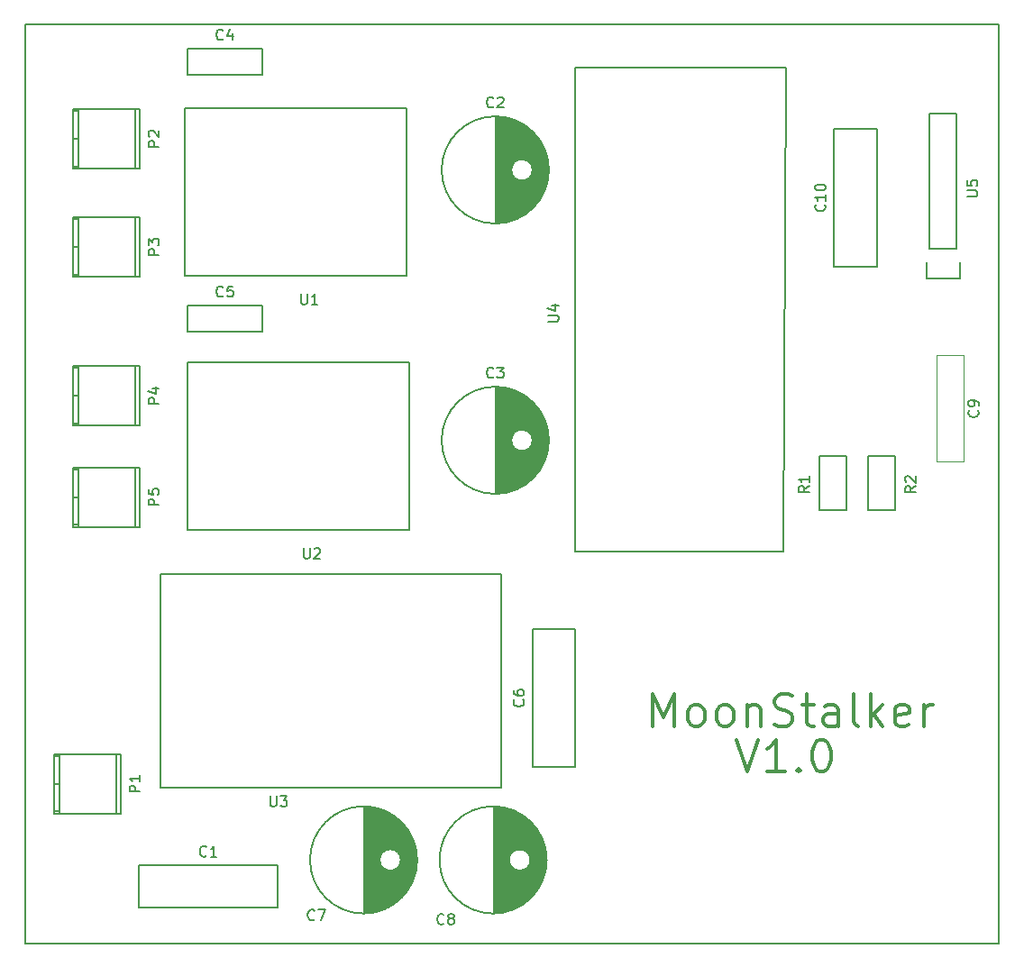
<source format=gto>
G04 #@! TF.FileFunction,Legend,Top*
%FSLAX46Y46*%
G04 Gerber Fmt 4.6, Leading zero omitted, Abs format (unit mm)*
G04 Created by KiCad (PCBNEW 4.0.6-e0-6349~53~ubuntu16.04.1) date Sun Mar 12 20:16:21 2017*
%MOMM*%
%LPD*%
G01*
G04 APERTURE LIST*
%ADD10C,0.100000*%
%ADD11C,0.300000*%
%ADD12C,0.150000*%
%ADD13C,0.120000*%
G04 APERTURE END LIST*
D10*
D11*
X121412571Y-120581943D02*
X122412571Y-123581943D01*
X123412571Y-120581943D01*
X125984000Y-123581943D02*
X124269715Y-123581943D01*
X125126857Y-123581943D02*
X125126857Y-120581943D01*
X124841143Y-121010514D01*
X124555429Y-121296229D01*
X124269715Y-121439086D01*
X127269715Y-123296229D02*
X127412572Y-123439086D01*
X127269715Y-123581943D01*
X127126858Y-123439086D01*
X127269715Y-123296229D01*
X127269715Y-123581943D01*
X129269714Y-120581943D02*
X129555429Y-120581943D01*
X129841143Y-120724800D01*
X129984000Y-120867657D01*
X130126857Y-121153371D01*
X130269714Y-121724800D01*
X130269714Y-122439086D01*
X130126857Y-123010514D01*
X129984000Y-123296229D01*
X129841143Y-123439086D01*
X129555429Y-123581943D01*
X129269714Y-123581943D01*
X128984000Y-123439086D01*
X128841143Y-123296229D01*
X128698286Y-123010514D01*
X128555429Y-122439086D01*
X128555429Y-121724800D01*
X128698286Y-121153371D01*
X128841143Y-120867657D01*
X128984000Y-120724800D01*
X129269714Y-120581943D01*
X113563428Y-119314743D02*
X113563428Y-116314743D01*
X114563428Y-118457600D01*
X115563428Y-116314743D01*
X115563428Y-119314743D01*
X117420570Y-119314743D02*
X117134856Y-119171886D01*
X116991999Y-119029029D01*
X116849142Y-118743314D01*
X116849142Y-117886171D01*
X116991999Y-117600457D01*
X117134856Y-117457600D01*
X117420570Y-117314743D01*
X117849142Y-117314743D01*
X118134856Y-117457600D01*
X118277713Y-117600457D01*
X118420570Y-117886171D01*
X118420570Y-118743314D01*
X118277713Y-119029029D01*
X118134856Y-119171886D01*
X117849142Y-119314743D01*
X117420570Y-119314743D01*
X120134856Y-119314743D02*
X119849142Y-119171886D01*
X119706285Y-119029029D01*
X119563428Y-118743314D01*
X119563428Y-117886171D01*
X119706285Y-117600457D01*
X119849142Y-117457600D01*
X120134856Y-117314743D01*
X120563428Y-117314743D01*
X120849142Y-117457600D01*
X120991999Y-117600457D01*
X121134856Y-117886171D01*
X121134856Y-118743314D01*
X120991999Y-119029029D01*
X120849142Y-119171886D01*
X120563428Y-119314743D01*
X120134856Y-119314743D01*
X122420571Y-117314743D02*
X122420571Y-119314743D01*
X122420571Y-117600457D02*
X122563428Y-117457600D01*
X122849142Y-117314743D01*
X123277714Y-117314743D01*
X123563428Y-117457600D01*
X123706285Y-117743314D01*
X123706285Y-119314743D01*
X124992000Y-119171886D02*
X125420571Y-119314743D01*
X126134857Y-119314743D01*
X126420571Y-119171886D01*
X126563428Y-119029029D01*
X126706285Y-118743314D01*
X126706285Y-118457600D01*
X126563428Y-118171886D01*
X126420571Y-118029029D01*
X126134857Y-117886171D01*
X125563428Y-117743314D01*
X125277714Y-117600457D01*
X125134857Y-117457600D01*
X124992000Y-117171886D01*
X124992000Y-116886171D01*
X125134857Y-116600457D01*
X125277714Y-116457600D01*
X125563428Y-116314743D01*
X126277714Y-116314743D01*
X126706285Y-116457600D01*
X127563428Y-117314743D02*
X128706285Y-117314743D01*
X127992000Y-116314743D02*
X127992000Y-118886171D01*
X128134857Y-119171886D01*
X128420571Y-119314743D01*
X128706285Y-119314743D01*
X130992000Y-119314743D02*
X130992000Y-117743314D01*
X130849143Y-117457600D01*
X130563429Y-117314743D01*
X129992000Y-117314743D01*
X129706286Y-117457600D01*
X130992000Y-119171886D02*
X130706286Y-119314743D01*
X129992000Y-119314743D01*
X129706286Y-119171886D01*
X129563429Y-118886171D01*
X129563429Y-118600457D01*
X129706286Y-118314743D01*
X129992000Y-118171886D01*
X130706286Y-118171886D01*
X130992000Y-118029029D01*
X132849143Y-119314743D02*
X132563429Y-119171886D01*
X132420572Y-118886171D01*
X132420572Y-116314743D01*
X133992001Y-119314743D02*
X133992001Y-116314743D01*
X134277715Y-118171886D02*
X135134858Y-119314743D01*
X135134858Y-117314743D02*
X133992001Y-118457600D01*
X137563429Y-119171886D02*
X137277715Y-119314743D01*
X136706286Y-119314743D01*
X136420572Y-119171886D01*
X136277715Y-118886171D01*
X136277715Y-117743314D01*
X136420572Y-117457600D01*
X136706286Y-117314743D01*
X137277715Y-117314743D01*
X137563429Y-117457600D01*
X137706286Y-117743314D01*
X137706286Y-118029029D01*
X136277715Y-118314743D01*
X138992001Y-119314743D02*
X138992001Y-117314743D01*
X138992001Y-117886171D02*
X139134858Y-117600457D01*
X139277715Y-117457600D01*
X139563429Y-117314743D01*
X139849144Y-117314743D01*
D12*
X146050000Y-53340000D02*
X54610000Y-53340000D01*
X146050000Y-139700000D02*
X146050000Y-53340000D01*
X54610000Y-139700000D02*
X146050000Y-139700000D01*
X54610000Y-53340000D02*
X54610000Y-139700000D01*
X65302000Y-132366000D02*
X78302000Y-132366000D01*
X78302000Y-132366000D02*
X78302000Y-136366000D01*
X78302000Y-136366000D02*
X65302000Y-136366000D01*
X65302000Y-136366000D02*
X65302000Y-132366000D01*
X98841000Y-62057000D02*
X98841000Y-72055000D01*
X98981000Y-62061000D02*
X98981000Y-72051000D01*
X99121000Y-62069000D02*
X99121000Y-72043000D01*
X99261000Y-62081000D02*
X99261000Y-72031000D01*
X99401000Y-62096000D02*
X99401000Y-72016000D01*
X99541000Y-62116000D02*
X99541000Y-71996000D01*
X99681000Y-62140000D02*
X99681000Y-71972000D01*
X99821000Y-62169000D02*
X99821000Y-71943000D01*
X99961000Y-62201000D02*
X99961000Y-71911000D01*
X100101000Y-62238000D02*
X100101000Y-71874000D01*
X100241000Y-62279000D02*
X100241000Y-71833000D01*
X100381000Y-62324000D02*
X100381000Y-66590000D01*
X100381000Y-67522000D02*
X100381000Y-71788000D01*
X100521000Y-62374000D02*
X100521000Y-66389000D01*
X100521000Y-67723000D02*
X100521000Y-71738000D01*
X100661000Y-62429000D02*
X100661000Y-66260000D01*
X100661000Y-67852000D02*
X100661000Y-71683000D01*
X100801000Y-62489000D02*
X100801000Y-66171000D01*
X100801000Y-67941000D02*
X100801000Y-71623000D01*
X100941000Y-62554000D02*
X100941000Y-66110000D01*
X100941000Y-68002000D02*
X100941000Y-71558000D01*
X101081000Y-62624000D02*
X101081000Y-66073000D01*
X101081000Y-68039000D02*
X101081000Y-71488000D01*
X101221000Y-62700000D02*
X101221000Y-66057000D01*
X101221000Y-68055000D02*
X101221000Y-71412000D01*
X101361000Y-62782000D02*
X101361000Y-66061000D01*
X101361000Y-68051000D02*
X101361000Y-71330000D01*
X101501000Y-62870000D02*
X101501000Y-66084000D01*
X101501000Y-68028000D02*
X101501000Y-71242000D01*
X101641000Y-62965000D02*
X101641000Y-66129000D01*
X101641000Y-67983000D02*
X101641000Y-71147000D01*
X101781000Y-63067000D02*
X101781000Y-66199000D01*
X101781000Y-67913000D02*
X101781000Y-71045000D01*
X101921000Y-63177000D02*
X101921000Y-66300000D01*
X101921000Y-67812000D02*
X101921000Y-70935000D01*
X102061000Y-63295000D02*
X102061000Y-66449000D01*
X102061000Y-67663000D02*
X102061000Y-70817000D01*
X102201000Y-63423000D02*
X102201000Y-66701000D01*
X102201000Y-67411000D02*
X102201000Y-70689000D01*
X102341000Y-63560000D02*
X102341000Y-70552000D01*
X102481000Y-63710000D02*
X102481000Y-70402000D01*
X102621000Y-63872000D02*
X102621000Y-70240000D01*
X102761000Y-64049000D02*
X102761000Y-70063000D01*
X102901000Y-64245000D02*
X102901000Y-69867000D01*
X103041000Y-64463000D02*
X103041000Y-69649000D01*
X103181000Y-64709000D02*
X103181000Y-69403000D01*
X103321000Y-64994000D02*
X103321000Y-69118000D01*
X103461000Y-65336000D02*
X103461000Y-68776000D01*
X103601000Y-65782000D02*
X103601000Y-68330000D01*
X103741000Y-66557000D02*
X103741000Y-67555000D01*
X102266000Y-67056000D02*
G75*
G03X102266000Y-67056000I-1000000J0D01*
G01*
X103803500Y-67056000D02*
G75*
G03X103803500Y-67056000I-5037500J0D01*
G01*
X98841000Y-87457000D02*
X98841000Y-97455000D01*
X98981000Y-87461000D02*
X98981000Y-97451000D01*
X99121000Y-87469000D02*
X99121000Y-97443000D01*
X99261000Y-87481000D02*
X99261000Y-97431000D01*
X99401000Y-87496000D02*
X99401000Y-97416000D01*
X99541000Y-87516000D02*
X99541000Y-97396000D01*
X99681000Y-87540000D02*
X99681000Y-97372000D01*
X99821000Y-87569000D02*
X99821000Y-97343000D01*
X99961000Y-87601000D02*
X99961000Y-97311000D01*
X100101000Y-87638000D02*
X100101000Y-97274000D01*
X100241000Y-87679000D02*
X100241000Y-97233000D01*
X100381000Y-87724000D02*
X100381000Y-91990000D01*
X100381000Y-92922000D02*
X100381000Y-97188000D01*
X100521000Y-87774000D02*
X100521000Y-91789000D01*
X100521000Y-93123000D02*
X100521000Y-97138000D01*
X100661000Y-87829000D02*
X100661000Y-91660000D01*
X100661000Y-93252000D02*
X100661000Y-97083000D01*
X100801000Y-87889000D02*
X100801000Y-91571000D01*
X100801000Y-93341000D02*
X100801000Y-97023000D01*
X100941000Y-87954000D02*
X100941000Y-91510000D01*
X100941000Y-93402000D02*
X100941000Y-96958000D01*
X101081000Y-88024000D02*
X101081000Y-91473000D01*
X101081000Y-93439000D02*
X101081000Y-96888000D01*
X101221000Y-88100000D02*
X101221000Y-91457000D01*
X101221000Y-93455000D02*
X101221000Y-96812000D01*
X101361000Y-88182000D02*
X101361000Y-91461000D01*
X101361000Y-93451000D02*
X101361000Y-96730000D01*
X101501000Y-88270000D02*
X101501000Y-91484000D01*
X101501000Y-93428000D02*
X101501000Y-96642000D01*
X101641000Y-88365000D02*
X101641000Y-91529000D01*
X101641000Y-93383000D02*
X101641000Y-96547000D01*
X101781000Y-88467000D02*
X101781000Y-91599000D01*
X101781000Y-93313000D02*
X101781000Y-96445000D01*
X101921000Y-88577000D02*
X101921000Y-91700000D01*
X101921000Y-93212000D02*
X101921000Y-96335000D01*
X102061000Y-88695000D02*
X102061000Y-91849000D01*
X102061000Y-93063000D02*
X102061000Y-96217000D01*
X102201000Y-88823000D02*
X102201000Y-92101000D01*
X102201000Y-92811000D02*
X102201000Y-96089000D01*
X102341000Y-88960000D02*
X102341000Y-95952000D01*
X102481000Y-89110000D02*
X102481000Y-95802000D01*
X102621000Y-89272000D02*
X102621000Y-95640000D01*
X102761000Y-89449000D02*
X102761000Y-95463000D01*
X102901000Y-89645000D02*
X102901000Y-95267000D01*
X103041000Y-89863000D02*
X103041000Y-95049000D01*
X103181000Y-90109000D02*
X103181000Y-94803000D01*
X103321000Y-90394000D02*
X103321000Y-94518000D01*
X103461000Y-90736000D02*
X103461000Y-94176000D01*
X103601000Y-91182000D02*
X103601000Y-93730000D01*
X103741000Y-91957000D02*
X103741000Y-92955000D01*
X102266000Y-92456000D02*
G75*
G03X102266000Y-92456000I-1000000J0D01*
G01*
X103803500Y-92456000D02*
G75*
G03X103803500Y-92456000I-5037500J0D01*
G01*
X69866000Y-55646000D02*
X76866000Y-55646000D01*
X76866000Y-55646000D02*
X76866000Y-58146000D01*
X76866000Y-58146000D02*
X69866000Y-58146000D01*
X69866000Y-58146000D02*
X69866000Y-55646000D01*
X69866000Y-79776000D02*
X76866000Y-79776000D01*
X76866000Y-79776000D02*
X76866000Y-82276000D01*
X76866000Y-82276000D02*
X69866000Y-82276000D01*
X69866000Y-82276000D02*
X69866000Y-79776000D01*
X102267000Y-123166000D02*
X102267000Y-110166000D01*
X102267000Y-110166000D02*
X106267000Y-110166000D01*
X106267000Y-110166000D02*
X106267000Y-123166000D01*
X106267000Y-123166000D02*
X102267000Y-123166000D01*
X86471200Y-126877800D02*
X86471200Y-136875800D01*
X86611200Y-126881800D02*
X86611200Y-136871800D01*
X86751200Y-126889800D02*
X86751200Y-136863800D01*
X86891200Y-126901800D02*
X86891200Y-136851800D01*
X87031200Y-126916800D02*
X87031200Y-136836800D01*
X87171200Y-126936800D02*
X87171200Y-136816800D01*
X87311200Y-126960800D02*
X87311200Y-136792800D01*
X87451200Y-126989800D02*
X87451200Y-136763800D01*
X87591200Y-127021800D02*
X87591200Y-136731800D01*
X87731200Y-127058800D02*
X87731200Y-136694800D01*
X87871200Y-127099800D02*
X87871200Y-136653800D01*
X88011200Y-127144800D02*
X88011200Y-131410800D01*
X88011200Y-132342800D02*
X88011200Y-136608800D01*
X88151200Y-127194800D02*
X88151200Y-131209800D01*
X88151200Y-132543800D02*
X88151200Y-136558800D01*
X88291200Y-127249800D02*
X88291200Y-131080800D01*
X88291200Y-132672800D02*
X88291200Y-136503800D01*
X88431200Y-127309800D02*
X88431200Y-130991800D01*
X88431200Y-132761800D02*
X88431200Y-136443800D01*
X88571200Y-127374800D02*
X88571200Y-130930800D01*
X88571200Y-132822800D02*
X88571200Y-136378800D01*
X88711200Y-127444800D02*
X88711200Y-130893800D01*
X88711200Y-132859800D02*
X88711200Y-136308800D01*
X88851200Y-127520800D02*
X88851200Y-130877800D01*
X88851200Y-132875800D02*
X88851200Y-136232800D01*
X88991200Y-127602800D02*
X88991200Y-130881800D01*
X88991200Y-132871800D02*
X88991200Y-136150800D01*
X89131200Y-127690800D02*
X89131200Y-130904800D01*
X89131200Y-132848800D02*
X89131200Y-136062800D01*
X89271200Y-127785800D02*
X89271200Y-130949800D01*
X89271200Y-132803800D02*
X89271200Y-135967800D01*
X89411200Y-127887800D02*
X89411200Y-131019800D01*
X89411200Y-132733800D02*
X89411200Y-135865800D01*
X89551200Y-127997800D02*
X89551200Y-131120800D01*
X89551200Y-132632800D02*
X89551200Y-135755800D01*
X89691200Y-128115800D02*
X89691200Y-131269800D01*
X89691200Y-132483800D02*
X89691200Y-135637800D01*
X89831200Y-128243800D02*
X89831200Y-131521800D01*
X89831200Y-132231800D02*
X89831200Y-135509800D01*
X89971200Y-128380800D02*
X89971200Y-135372800D01*
X90111200Y-128530800D02*
X90111200Y-135222800D01*
X90251200Y-128692800D02*
X90251200Y-135060800D01*
X90391200Y-128869800D02*
X90391200Y-134883800D01*
X90531200Y-129065800D02*
X90531200Y-134687800D01*
X90671200Y-129283800D02*
X90671200Y-134469800D01*
X90811200Y-129529800D02*
X90811200Y-134223800D01*
X90951200Y-129814800D02*
X90951200Y-133938800D01*
X91091200Y-130156800D02*
X91091200Y-133596800D01*
X91231200Y-130602800D02*
X91231200Y-133150800D01*
X91371200Y-131377800D02*
X91371200Y-132375800D01*
X89896200Y-131876800D02*
G75*
G03X89896200Y-131876800I-1000000J0D01*
G01*
X91433700Y-131876800D02*
G75*
G03X91433700Y-131876800I-5037500J0D01*
G01*
X98637800Y-126877800D02*
X98637800Y-136875800D01*
X98777800Y-126881800D02*
X98777800Y-136871800D01*
X98917800Y-126889800D02*
X98917800Y-136863800D01*
X99057800Y-126901800D02*
X99057800Y-136851800D01*
X99197800Y-126916800D02*
X99197800Y-136836800D01*
X99337800Y-126936800D02*
X99337800Y-136816800D01*
X99477800Y-126960800D02*
X99477800Y-136792800D01*
X99617800Y-126989800D02*
X99617800Y-136763800D01*
X99757800Y-127021800D02*
X99757800Y-136731800D01*
X99897800Y-127058800D02*
X99897800Y-136694800D01*
X100037800Y-127099800D02*
X100037800Y-136653800D01*
X100177800Y-127144800D02*
X100177800Y-131410800D01*
X100177800Y-132342800D02*
X100177800Y-136608800D01*
X100317800Y-127194800D02*
X100317800Y-131209800D01*
X100317800Y-132543800D02*
X100317800Y-136558800D01*
X100457800Y-127249800D02*
X100457800Y-131080800D01*
X100457800Y-132672800D02*
X100457800Y-136503800D01*
X100597800Y-127309800D02*
X100597800Y-130991800D01*
X100597800Y-132761800D02*
X100597800Y-136443800D01*
X100737800Y-127374800D02*
X100737800Y-130930800D01*
X100737800Y-132822800D02*
X100737800Y-136378800D01*
X100877800Y-127444800D02*
X100877800Y-130893800D01*
X100877800Y-132859800D02*
X100877800Y-136308800D01*
X101017800Y-127520800D02*
X101017800Y-130877800D01*
X101017800Y-132875800D02*
X101017800Y-136232800D01*
X101157800Y-127602800D02*
X101157800Y-130881800D01*
X101157800Y-132871800D02*
X101157800Y-136150800D01*
X101297800Y-127690800D02*
X101297800Y-130904800D01*
X101297800Y-132848800D02*
X101297800Y-136062800D01*
X101437800Y-127785800D02*
X101437800Y-130949800D01*
X101437800Y-132803800D02*
X101437800Y-135967800D01*
X101577800Y-127887800D02*
X101577800Y-131019800D01*
X101577800Y-132733800D02*
X101577800Y-135865800D01*
X101717800Y-127997800D02*
X101717800Y-131120800D01*
X101717800Y-132632800D02*
X101717800Y-135755800D01*
X101857800Y-128115800D02*
X101857800Y-131269800D01*
X101857800Y-132483800D02*
X101857800Y-135637800D01*
X101997800Y-128243800D02*
X101997800Y-131521800D01*
X101997800Y-132231800D02*
X101997800Y-135509800D01*
X102137800Y-128380800D02*
X102137800Y-135372800D01*
X102277800Y-128530800D02*
X102277800Y-135222800D01*
X102417800Y-128692800D02*
X102417800Y-135060800D01*
X102557800Y-128869800D02*
X102557800Y-134883800D01*
X102697800Y-129065800D02*
X102697800Y-134687800D01*
X102837800Y-129283800D02*
X102837800Y-134469800D01*
X102977800Y-129529800D02*
X102977800Y-134223800D01*
X103117800Y-129814800D02*
X103117800Y-133938800D01*
X103257800Y-130156800D02*
X103257800Y-133596800D01*
X103397800Y-130602800D02*
X103397800Y-133150800D01*
X103537800Y-131377800D02*
X103537800Y-132375800D01*
X102062800Y-131876800D02*
G75*
G03X102062800Y-131876800I-1000000J0D01*
G01*
X103600300Y-131876800D02*
G75*
G03X103600300Y-131876800I-5037500J0D01*
G01*
D13*
X142728000Y-84475000D02*
X142728000Y-94475000D01*
X142728000Y-94475000D02*
X140228000Y-94475000D01*
X140228000Y-94475000D02*
X140228000Y-84475000D01*
X140228000Y-84475000D02*
X142728000Y-84475000D01*
D12*
X130588000Y-76176000D02*
X130588000Y-63176000D01*
X130588000Y-63176000D02*
X134588000Y-63176000D01*
X134588000Y-63176000D02*
X134588000Y-76176000D01*
X134588000Y-76176000D02*
X130588000Y-76176000D01*
X57851040Y-127513080D02*
X57851040Y-121914920D01*
X57353200Y-122113040D02*
X57851040Y-122113040D01*
X57851040Y-127314960D02*
X57353200Y-127314960D01*
X57353200Y-124714000D02*
X57851040Y-124714000D01*
X63152020Y-121914920D02*
X63152020Y-127513080D01*
X57353200Y-121914920D02*
X57353200Y-127513080D01*
X57353200Y-127513080D02*
X63550800Y-127513080D01*
X63550800Y-127513080D02*
X63550800Y-121914920D01*
X63550800Y-121914920D02*
X57353200Y-121914920D01*
X59629040Y-66934080D02*
X59629040Y-61335920D01*
X59131200Y-61534040D02*
X59629040Y-61534040D01*
X59629040Y-66735960D02*
X59131200Y-66735960D01*
X59131200Y-64135000D02*
X59629040Y-64135000D01*
X64930020Y-61335920D02*
X64930020Y-66934080D01*
X59131200Y-61335920D02*
X59131200Y-66934080D01*
X59131200Y-66934080D02*
X65328800Y-66934080D01*
X65328800Y-66934080D02*
X65328800Y-61335920D01*
X65328800Y-61335920D02*
X59131200Y-61335920D01*
X59629040Y-77094080D02*
X59629040Y-71495920D01*
X59131200Y-71694040D02*
X59629040Y-71694040D01*
X59629040Y-76895960D02*
X59131200Y-76895960D01*
X59131200Y-74295000D02*
X59629040Y-74295000D01*
X64930020Y-71495920D02*
X64930020Y-77094080D01*
X59131200Y-71495920D02*
X59131200Y-77094080D01*
X59131200Y-77094080D02*
X65328800Y-77094080D01*
X65328800Y-77094080D02*
X65328800Y-71495920D01*
X65328800Y-71495920D02*
X59131200Y-71495920D01*
X59629040Y-91064080D02*
X59629040Y-85465920D01*
X59131200Y-85664040D02*
X59629040Y-85664040D01*
X59629040Y-90865960D02*
X59131200Y-90865960D01*
X59131200Y-88265000D02*
X59629040Y-88265000D01*
X64930020Y-85465920D02*
X64930020Y-91064080D01*
X59131200Y-85465920D02*
X59131200Y-91064080D01*
X59131200Y-91064080D02*
X65328800Y-91064080D01*
X65328800Y-91064080D02*
X65328800Y-85465920D01*
X65328800Y-85465920D02*
X59131200Y-85465920D01*
X59629040Y-100589080D02*
X59629040Y-94990920D01*
X59131200Y-95189040D02*
X59629040Y-95189040D01*
X59629040Y-100390960D02*
X59131200Y-100390960D01*
X59131200Y-97790000D02*
X59629040Y-97790000D01*
X64930020Y-94990920D02*
X64930020Y-100589080D01*
X59131200Y-94990920D02*
X59131200Y-100589080D01*
X59131200Y-100589080D02*
X65328800Y-100589080D01*
X65328800Y-100589080D02*
X65328800Y-94990920D01*
X65328800Y-94990920D02*
X59131200Y-94990920D01*
X129209800Y-98978720D02*
X129209800Y-93898720D01*
X129209800Y-93898720D02*
X131749800Y-93898720D01*
X131749800Y-93898720D02*
X131749800Y-98978720D01*
X131749800Y-98978720D02*
X129209800Y-98978720D01*
X136304020Y-93919040D02*
X136304020Y-98999040D01*
X136304020Y-98999040D02*
X133764020Y-98999040D01*
X133764020Y-98999040D02*
X133764020Y-93919040D01*
X133764020Y-93919040D02*
X136304020Y-93919040D01*
X69596000Y-61214000D02*
X90424000Y-61214000D01*
X90424000Y-61214000D02*
X90424000Y-76962000D01*
X90424000Y-76962000D02*
X69596000Y-76962000D01*
X69596000Y-76962000D02*
X69596000Y-61214000D01*
X69850000Y-85090000D02*
X90678000Y-85090000D01*
X90678000Y-85090000D02*
X90678000Y-100838000D01*
X90678000Y-100838000D02*
X69850000Y-100838000D01*
X69850000Y-100838000D02*
X69850000Y-85090000D01*
X67312000Y-125062000D02*
X67312000Y-105062000D01*
X99312000Y-125062000D02*
X67312000Y-125062000D01*
X99312000Y-105062000D02*
X99312000Y-125062000D01*
X67312000Y-105062000D02*
X99312000Y-105062000D01*
X106299000Y-57404000D02*
X106553000Y-57404000D01*
X106299000Y-57404000D02*
X106299000Y-102870000D01*
X106299000Y-102870000D02*
X106553000Y-102870000D01*
X125349000Y-57404000D02*
X106553000Y-57404000D01*
X106553000Y-102870000D02*
X125857000Y-102870000D01*
X125857000Y-102870000D02*
X126111000Y-57404000D01*
X126111000Y-57404000D02*
X125349000Y-57404000D01*
X142113000Y-74422000D02*
X142113000Y-61722000D01*
X142113000Y-61722000D02*
X139573000Y-61722000D01*
X139573000Y-61722000D02*
X139573000Y-74422000D01*
X142393000Y-77242000D02*
X142393000Y-75692000D01*
X142113000Y-74422000D02*
X139573000Y-74422000D01*
X139293000Y-75692000D02*
X139293000Y-77242000D01*
X139293000Y-77242000D02*
X142393000Y-77242000D01*
X71635334Y-131473143D02*
X71587715Y-131520762D01*
X71444858Y-131568381D01*
X71349620Y-131568381D01*
X71206762Y-131520762D01*
X71111524Y-131425524D01*
X71063905Y-131330286D01*
X71016286Y-131139810D01*
X71016286Y-130996952D01*
X71063905Y-130806476D01*
X71111524Y-130711238D01*
X71206762Y-130616000D01*
X71349620Y-130568381D01*
X71444858Y-130568381D01*
X71587715Y-130616000D01*
X71635334Y-130663619D01*
X72587715Y-131568381D02*
X72016286Y-131568381D01*
X72302000Y-131568381D02*
X72302000Y-130568381D01*
X72206762Y-130711238D01*
X72111524Y-130806476D01*
X72016286Y-130854095D01*
X98599334Y-61113143D02*
X98551715Y-61160762D01*
X98408858Y-61208381D01*
X98313620Y-61208381D01*
X98170762Y-61160762D01*
X98075524Y-61065524D01*
X98027905Y-60970286D01*
X97980286Y-60779810D01*
X97980286Y-60636952D01*
X98027905Y-60446476D01*
X98075524Y-60351238D01*
X98170762Y-60256000D01*
X98313620Y-60208381D01*
X98408858Y-60208381D01*
X98551715Y-60256000D01*
X98599334Y-60303619D01*
X98980286Y-60303619D02*
X99027905Y-60256000D01*
X99123143Y-60208381D01*
X99361239Y-60208381D01*
X99456477Y-60256000D01*
X99504096Y-60303619D01*
X99551715Y-60398857D01*
X99551715Y-60494095D01*
X99504096Y-60636952D01*
X98932667Y-61208381D01*
X99551715Y-61208381D01*
X98599334Y-86513143D02*
X98551715Y-86560762D01*
X98408858Y-86608381D01*
X98313620Y-86608381D01*
X98170762Y-86560762D01*
X98075524Y-86465524D01*
X98027905Y-86370286D01*
X97980286Y-86179810D01*
X97980286Y-86036952D01*
X98027905Y-85846476D01*
X98075524Y-85751238D01*
X98170762Y-85656000D01*
X98313620Y-85608381D01*
X98408858Y-85608381D01*
X98551715Y-85656000D01*
X98599334Y-85703619D01*
X98932667Y-85608381D02*
X99551715Y-85608381D01*
X99218381Y-85989333D01*
X99361239Y-85989333D01*
X99456477Y-86036952D01*
X99504096Y-86084571D01*
X99551715Y-86179810D01*
X99551715Y-86417905D01*
X99504096Y-86513143D01*
X99456477Y-86560762D01*
X99361239Y-86608381D01*
X99075524Y-86608381D01*
X98980286Y-86560762D01*
X98932667Y-86513143D01*
X73199334Y-54753143D02*
X73151715Y-54800762D01*
X73008858Y-54848381D01*
X72913620Y-54848381D01*
X72770762Y-54800762D01*
X72675524Y-54705524D01*
X72627905Y-54610286D01*
X72580286Y-54419810D01*
X72580286Y-54276952D01*
X72627905Y-54086476D01*
X72675524Y-53991238D01*
X72770762Y-53896000D01*
X72913620Y-53848381D01*
X73008858Y-53848381D01*
X73151715Y-53896000D01*
X73199334Y-53943619D01*
X74056477Y-54181714D02*
X74056477Y-54848381D01*
X73818381Y-53800762D02*
X73580286Y-54515048D01*
X74199334Y-54515048D01*
X73199334Y-78883143D02*
X73151715Y-78930762D01*
X73008858Y-78978381D01*
X72913620Y-78978381D01*
X72770762Y-78930762D01*
X72675524Y-78835524D01*
X72627905Y-78740286D01*
X72580286Y-78549810D01*
X72580286Y-78406952D01*
X72627905Y-78216476D01*
X72675524Y-78121238D01*
X72770762Y-78026000D01*
X72913620Y-77978381D01*
X73008858Y-77978381D01*
X73151715Y-78026000D01*
X73199334Y-78073619D01*
X74104096Y-77978381D02*
X73627905Y-77978381D01*
X73580286Y-78454571D01*
X73627905Y-78406952D01*
X73723143Y-78359333D01*
X73961239Y-78359333D01*
X74056477Y-78406952D01*
X74104096Y-78454571D01*
X74151715Y-78549810D01*
X74151715Y-78787905D01*
X74104096Y-78883143D01*
X74056477Y-78930762D01*
X73961239Y-78978381D01*
X73723143Y-78978381D01*
X73627905Y-78930762D01*
X73580286Y-78883143D01*
X101374143Y-116832666D02*
X101421762Y-116880285D01*
X101469381Y-117023142D01*
X101469381Y-117118380D01*
X101421762Y-117261238D01*
X101326524Y-117356476D01*
X101231286Y-117404095D01*
X101040810Y-117451714D01*
X100897952Y-117451714D01*
X100707476Y-117404095D01*
X100612238Y-117356476D01*
X100517000Y-117261238D01*
X100469381Y-117118380D01*
X100469381Y-117023142D01*
X100517000Y-116880285D01*
X100564619Y-116832666D01*
X100469381Y-115975523D02*
X100469381Y-116166000D01*
X100517000Y-116261238D01*
X100564619Y-116308857D01*
X100707476Y-116404095D01*
X100897952Y-116451714D01*
X101278905Y-116451714D01*
X101374143Y-116404095D01*
X101421762Y-116356476D01*
X101469381Y-116261238D01*
X101469381Y-116070761D01*
X101421762Y-115975523D01*
X101374143Y-115927904D01*
X101278905Y-115880285D01*
X101040810Y-115880285D01*
X100945571Y-115927904D01*
X100897952Y-115975523D01*
X100850333Y-116070761D01*
X100850333Y-116261238D01*
X100897952Y-116356476D01*
X100945571Y-116404095D01*
X101040810Y-116451714D01*
X81773734Y-137466343D02*
X81726115Y-137513962D01*
X81583258Y-137561581D01*
X81488020Y-137561581D01*
X81345162Y-137513962D01*
X81249924Y-137418724D01*
X81202305Y-137323486D01*
X81154686Y-137133010D01*
X81154686Y-136990152D01*
X81202305Y-136799676D01*
X81249924Y-136704438D01*
X81345162Y-136609200D01*
X81488020Y-136561581D01*
X81583258Y-136561581D01*
X81726115Y-136609200D01*
X81773734Y-136656819D01*
X82107067Y-136561581D02*
X82773734Y-136561581D01*
X82345162Y-137561581D01*
X93940334Y-137847343D02*
X93892715Y-137894962D01*
X93749858Y-137942581D01*
X93654620Y-137942581D01*
X93511762Y-137894962D01*
X93416524Y-137799724D01*
X93368905Y-137704486D01*
X93321286Y-137514010D01*
X93321286Y-137371152D01*
X93368905Y-137180676D01*
X93416524Y-137085438D01*
X93511762Y-136990200D01*
X93654620Y-136942581D01*
X93749858Y-136942581D01*
X93892715Y-136990200D01*
X93940334Y-137037819D01*
X94511762Y-137371152D02*
X94416524Y-137323533D01*
X94368905Y-137275914D01*
X94321286Y-137180676D01*
X94321286Y-137133057D01*
X94368905Y-137037819D01*
X94416524Y-136990200D01*
X94511762Y-136942581D01*
X94702239Y-136942581D01*
X94797477Y-136990200D01*
X94845096Y-137037819D01*
X94892715Y-137133057D01*
X94892715Y-137180676D01*
X94845096Y-137275914D01*
X94797477Y-137323533D01*
X94702239Y-137371152D01*
X94511762Y-137371152D01*
X94416524Y-137418771D01*
X94368905Y-137466390D01*
X94321286Y-137561629D01*
X94321286Y-137752105D01*
X94368905Y-137847343D01*
X94416524Y-137894962D01*
X94511762Y-137942581D01*
X94702239Y-137942581D01*
X94797477Y-137894962D01*
X94845096Y-137847343D01*
X94892715Y-137752105D01*
X94892715Y-137561629D01*
X94845096Y-137466390D01*
X94797477Y-137418771D01*
X94702239Y-137371152D01*
X144085143Y-89641666D02*
X144132762Y-89689285D01*
X144180381Y-89832142D01*
X144180381Y-89927380D01*
X144132762Y-90070238D01*
X144037524Y-90165476D01*
X143942286Y-90213095D01*
X143751810Y-90260714D01*
X143608952Y-90260714D01*
X143418476Y-90213095D01*
X143323238Y-90165476D01*
X143228000Y-90070238D01*
X143180381Y-89927380D01*
X143180381Y-89832142D01*
X143228000Y-89689285D01*
X143275619Y-89641666D01*
X144180381Y-89165476D02*
X144180381Y-88975000D01*
X144132762Y-88879761D01*
X144085143Y-88832142D01*
X143942286Y-88736904D01*
X143751810Y-88689285D01*
X143370857Y-88689285D01*
X143275619Y-88736904D01*
X143228000Y-88784523D01*
X143180381Y-88879761D01*
X143180381Y-89070238D01*
X143228000Y-89165476D01*
X143275619Y-89213095D01*
X143370857Y-89260714D01*
X143608952Y-89260714D01*
X143704190Y-89213095D01*
X143751810Y-89165476D01*
X143799429Y-89070238D01*
X143799429Y-88879761D01*
X143751810Y-88784523D01*
X143704190Y-88736904D01*
X143608952Y-88689285D01*
X129695143Y-70318857D02*
X129742762Y-70366476D01*
X129790381Y-70509333D01*
X129790381Y-70604571D01*
X129742762Y-70747429D01*
X129647524Y-70842667D01*
X129552286Y-70890286D01*
X129361810Y-70937905D01*
X129218952Y-70937905D01*
X129028476Y-70890286D01*
X128933238Y-70842667D01*
X128838000Y-70747429D01*
X128790381Y-70604571D01*
X128790381Y-70509333D01*
X128838000Y-70366476D01*
X128885619Y-70318857D01*
X129790381Y-69366476D02*
X129790381Y-69937905D01*
X129790381Y-69652191D02*
X128790381Y-69652191D01*
X128933238Y-69747429D01*
X129028476Y-69842667D01*
X129076095Y-69937905D01*
X128790381Y-68747429D02*
X128790381Y-68652190D01*
X128838000Y-68556952D01*
X128885619Y-68509333D01*
X128980857Y-68461714D01*
X129171333Y-68414095D01*
X129409429Y-68414095D01*
X129599905Y-68461714D01*
X129695143Y-68509333D01*
X129742762Y-68556952D01*
X129790381Y-68652190D01*
X129790381Y-68747429D01*
X129742762Y-68842667D01*
X129695143Y-68890286D01*
X129599905Y-68937905D01*
X129409429Y-68985524D01*
X129171333Y-68985524D01*
X128980857Y-68937905D01*
X128885619Y-68890286D01*
X128838000Y-68842667D01*
X128790381Y-68747429D01*
X65405261Y-125452095D02*
X64405261Y-125452095D01*
X64405261Y-125071142D01*
X64452880Y-124975904D01*
X64500499Y-124928285D01*
X64595737Y-124880666D01*
X64738594Y-124880666D01*
X64833832Y-124928285D01*
X64881451Y-124975904D01*
X64929070Y-125071142D01*
X64929070Y-125452095D01*
X65405261Y-123928285D02*
X65405261Y-124499714D01*
X65405261Y-124214000D02*
X64405261Y-124214000D01*
X64548118Y-124309238D01*
X64643356Y-124404476D01*
X64690975Y-124499714D01*
X67183261Y-64873095D02*
X66183261Y-64873095D01*
X66183261Y-64492142D01*
X66230880Y-64396904D01*
X66278499Y-64349285D01*
X66373737Y-64301666D01*
X66516594Y-64301666D01*
X66611832Y-64349285D01*
X66659451Y-64396904D01*
X66707070Y-64492142D01*
X66707070Y-64873095D01*
X66278499Y-63920714D02*
X66230880Y-63873095D01*
X66183261Y-63777857D01*
X66183261Y-63539761D01*
X66230880Y-63444523D01*
X66278499Y-63396904D01*
X66373737Y-63349285D01*
X66468975Y-63349285D01*
X66611832Y-63396904D01*
X67183261Y-63968333D01*
X67183261Y-63349285D01*
X67183261Y-75033095D02*
X66183261Y-75033095D01*
X66183261Y-74652142D01*
X66230880Y-74556904D01*
X66278499Y-74509285D01*
X66373737Y-74461666D01*
X66516594Y-74461666D01*
X66611832Y-74509285D01*
X66659451Y-74556904D01*
X66707070Y-74652142D01*
X66707070Y-75033095D01*
X66183261Y-74128333D02*
X66183261Y-73509285D01*
X66564213Y-73842619D01*
X66564213Y-73699761D01*
X66611832Y-73604523D01*
X66659451Y-73556904D01*
X66754690Y-73509285D01*
X66992785Y-73509285D01*
X67088023Y-73556904D01*
X67135642Y-73604523D01*
X67183261Y-73699761D01*
X67183261Y-73985476D01*
X67135642Y-74080714D01*
X67088023Y-74128333D01*
X67183261Y-89003095D02*
X66183261Y-89003095D01*
X66183261Y-88622142D01*
X66230880Y-88526904D01*
X66278499Y-88479285D01*
X66373737Y-88431666D01*
X66516594Y-88431666D01*
X66611832Y-88479285D01*
X66659451Y-88526904D01*
X66707070Y-88622142D01*
X66707070Y-89003095D01*
X66516594Y-87574523D02*
X67183261Y-87574523D01*
X66135642Y-87812619D02*
X66849928Y-88050714D01*
X66849928Y-87431666D01*
X67183261Y-98528095D02*
X66183261Y-98528095D01*
X66183261Y-98147142D01*
X66230880Y-98051904D01*
X66278499Y-98004285D01*
X66373737Y-97956666D01*
X66516594Y-97956666D01*
X66611832Y-98004285D01*
X66659451Y-98051904D01*
X66707070Y-98147142D01*
X66707070Y-98528095D01*
X66183261Y-97051904D02*
X66183261Y-97528095D01*
X66659451Y-97575714D01*
X66611832Y-97528095D01*
X66564213Y-97432857D01*
X66564213Y-97194761D01*
X66611832Y-97099523D01*
X66659451Y-97051904D01*
X66754690Y-97004285D01*
X66992785Y-97004285D01*
X67088023Y-97051904D01*
X67135642Y-97099523D01*
X67183261Y-97194761D01*
X67183261Y-97432857D01*
X67135642Y-97528095D01*
X67088023Y-97575714D01*
X128252381Y-96766666D02*
X127776190Y-97100000D01*
X128252381Y-97338095D02*
X127252381Y-97338095D01*
X127252381Y-96957142D01*
X127300000Y-96861904D01*
X127347619Y-96814285D01*
X127442857Y-96766666D01*
X127585714Y-96766666D01*
X127680952Y-96814285D01*
X127728571Y-96861904D01*
X127776190Y-96957142D01*
X127776190Y-97338095D01*
X128252381Y-95814285D02*
X128252381Y-96385714D01*
X128252381Y-96100000D02*
X127252381Y-96100000D01*
X127395238Y-96195238D01*
X127490476Y-96290476D01*
X127538095Y-96385714D01*
X138252381Y-96766666D02*
X137776190Y-97100000D01*
X138252381Y-97338095D02*
X137252381Y-97338095D01*
X137252381Y-96957142D01*
X137300000Y-96861904D01*
X137347619Y-96814285D01*
X137442857Y-96766666D01*
X137585714Y-96766666D01*
X137680952Y-96814285D01*
X137728571Y-96861904D01*
X137776190Y-96957142D01*
X137776190Y-97338095D01*
X137347619Y-96385714D02*
X137300000Y-96338095D01*
X137252381Y-96242857D01*
X137252381Y-96004761D01*
X137300000Y-95909523D01*
X137347619Y-95861904D01*
X137442857Y-95814285D01*
X137538095Y-95814285D01*
X137680952Y-95861904D01*
X138252381Y-96433333D01*
X138252381Y-95814285D01*
X80518095Y-78700381D02*
X80518095Y-79509905D01*
X80565714Y-79605143D01*
X80613333Y-79652762D01*
X80708571Y-79700381D01*
X80899048Y-79700381D01*
X80994286Y-79652762D01*
X81041905Y-79605143D01*
X81089524Y-79509905D01*
X81089524Y-78700381D01*
X82089524Y-79700381D02*
X81518095Y-79700381D01*
X81803809Y-79700381D02*
X81803809Y-78700381D01*
X81708571Y-78843238D01*
X81613333Y-78938476D01*
X81518095Y-78986095D01*
X80772095Y-102576381D02*
X80772095Y-103385905D01*
X80819714Y-103481143D01*
X80867333Y-103528762D01*
X80962571Y-103576381D01*
X81153048Y-103576381D01*
X81248286Y-103528762D01*
X81295905Y-103481143D01*
X81343524Y-103385905D01*
X81343524Y-102576381D01*
X81772095Y-102671619D02*
X81819714Y-102624000D01*
X81914952Y-102576381D01*
X82153048Y-102576381D01*
X82248286Y-102624000D01*
X82295905Y-102671619D01*
X82343524Y-102766857D01*
X82343524Y-102862095D01*
X82295905Y-103004952D01*
X81724476Y-103576381D01*
X82343524Y-103576381D01*
X77638095Y-125852381D02*
X77638095Y-126661905D01*
X77685714Y-126757143D01*
X77733333Y-126804762D01*
X77828571Y-126852381D01*
X78019048Y-126852381D01*
X78114286Y-126804762D01*
X78161905Y-126757143D01*
X78209524Y-126661905D01*
X78209524Y-125852381D01*
X78590476Y-125852381D02*
X79209524Y-125852381D01*
X78876190Y-126233333D01*
X79019048Y-126233333D01*
X79114286Y-126280952D01*
X79161905Y-126328571D01*
X79209524Y-126423810D01*
X79209524Y-126661905D01*
X79161905Y-126757143D01*
X79114286Y-126804762D01*
X79019048Y-126852381D01*
X78733333Y-126852381D01*
X78638095Y-126804762D01*
X78590476Y-126757143D01*
X103719381Y-81279905D02*
X104528905Y-81279905D01*
X104624143Y-81232286D01*
X104671762Y-81184667D01*
X104719381Y-81089429D01*
X104719381Y-80898952D01*
X104671762Y-80803714D01*
X104624143Y-80756095D01*
X104528905Y-80708476D01*
X103719381Y-80708476D01*
X104052714Y-79803714D02*
X104719381Y-79803714D01*
X103671762Y-80041810D02*
X104386048Y-80279905D01*
X104386048Y-79660857D01*
X143052381Y-69561905D02*
X143861905Y-69561905D01*
X143957143Y-69514286D01*
X144004762Y-69466667D01*
X144052381Y-69371429D01*
X144052381Y-69180952D01*
X144004762Y-69085714D01*
X143957143Y-69038095D01*
X143861905Y-68990476D01*
X143052381Y-68990476D01*
X143052381Y-68038095D02*
X143052381Y-68514286D01*
X143528571Y-68561905D01*
X143480952Y-68514286D01*
X143433333Y-68419048D01*
X143433333Y-68180952D01*
X143480952Y-68085714D01*
X143528571Y-68038095D01*
X143623810Y-67990476D01*
X143861905Y-67990476D01*
X143957143Y-68038095D01*
X144004762Y-68085714D01*
X144052381Y-68180952D01*
X144052381Y-68419048D01*
X144004762Y-68514286D01*
X143957143Y-68561905D01*
M02*

</source>
